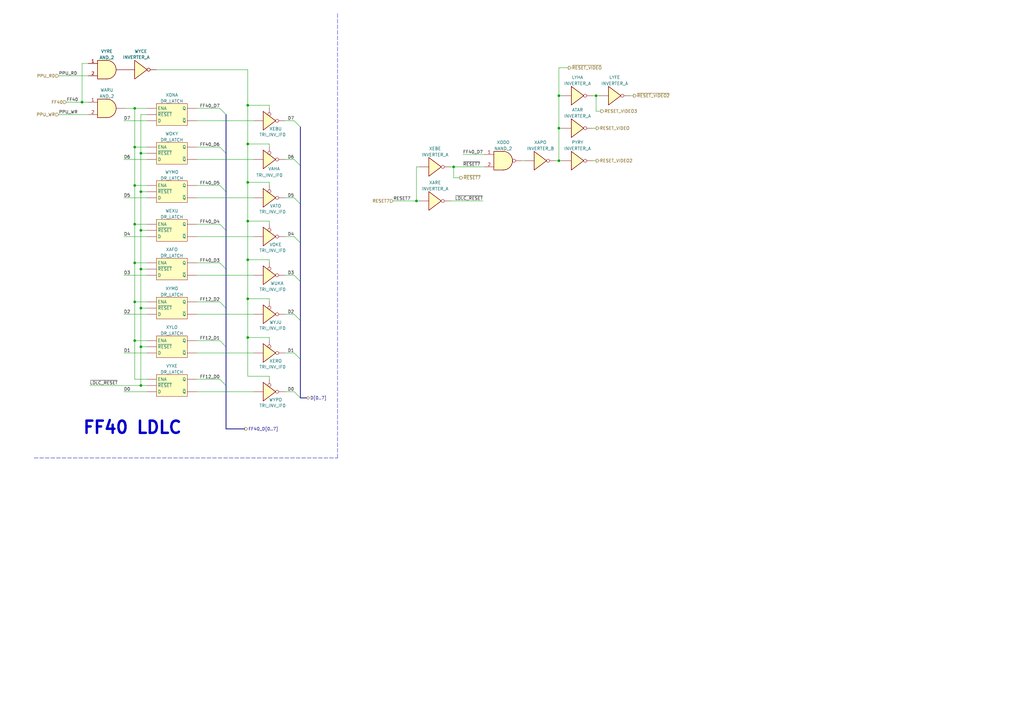
<source format=kicad_sch>
(kicad_sch (version 20211123) (generator eeschema)
  (paper "A3")
  (lib_symbols
    (symbol "DMG_CPU_Cells:AND_2" (pin_names hide)
      (property "Reference" "U" (at 0 5.08 0))
      (property "Value" "AND_2" (at 0 -5.08 0))
      (symbol "AND_2_1_1"
        (arc (start 0 -3.81) (mid 3.81 0) (end 0 3.81) (stroke (width 0.254)) (fill (type background)))
        (polyline (pts (xy 0 3.81) (xy -3.81 3.81) (xy -3.81 -3.81) (xy 0 -3.81)) (stroke (width 0.254)) (fill (type background)))
        (pin input line (at -7.62 2.54 0) (length 3.81) (name "~") (number "1"))
        (pin input line (at -7.62 -2.54 0) (length 3.81) (name "~") (number "2"))
        (pin output line (at 7.62 0 180) (length 3.81) (name "~") (number "3"))
      )
    )
    (symbol "DMG_CPU_Cells:DR_LATCH" (pin_numbers hide)
      (property "Reference" "U" (at 0 5.715 0))
      (property "Value" "DR_LATCH" (at 0 -5.715 0))
      (symbol "DR_LATCH_0_1"
        (rectangle (start -6.35 4.445) (end 6.35 -4.445) (fill (type background)))
      )
      (symbol "DR_LATCH_1_1"
        (pin input line (at -10.16 2.54 0) (length 3.81) hide (name "~{ENA}") (number "1"))
        (pin input line (at -10.16 -2.54 0) (length 3.81) (name "D") (number "2"))
        (pin input line (at -10.16 2.54 0) (length 3.81) (name "ENA") (number "3"))
        (pin input line (at -10.16 0 0) (length 3.81) (name "~{RESET}") (number "4"))
        (pin output line (at 10.16 2.54 180) (length 3.81) (name "Q") (number "5"))
        (pin output line (at 10.16 -2.54 180) (length 3.81) (name "~{Q}") (number "6"))
      )
    )
    (symbol "DMG_CPU_Cells:INVERTER_A" (pin_numbers hide) (pin_names hide)
      (property "Reference" "U?" (at 0 5.08 0))
      (property "Value" "INVERTER_A" (at 0 -5.08 0))
      (symbol "INVERTER_A_1_0"
        (polyline (pts (xy -2.54 3.81) (xy -2.54 -3.81) (xy 2.54 0) (xy -2.54 3.81)) (stroke (width 0.254)) (fill (type background)))
        (pin input line (at -6.35 0 0) (length 3.81) (name "~") (number "1"))
        (pin output inverted (at 6.35 0 180) (length 3.81) (name "~") (number "2"))
      )
    )
    (symbol "DMG_CPU_Cells:INVERTER_B" (pin_numbers hide) (pin_names hide)
      (property "Reference" "U?" (at 0 5.08 0))
      (property "Value" "INVERTER_B" (at 0 -5.08 0))
      (symbol "INVERTER_B_1_0"
        (polyline (pts (xy -2.54 3.81) (xy -2.54 -3.81) (xy 2.54 0) (xy -2.54 3.81)) (stroke (width 0.254)) (fill (type background)))
        (pin input line (at -6.35 0 0) (length 3.81) (name "~") (number "1"))
        (pin output inverted (at 6.35 0 180) (length 3.81) (name "~") (number "2"))
      )
    )
    (symbol "DMG_CPU_Cells:NAND_2" (pin_names hide)
      (property "Reference" "U" (at 0 5.08 0))
      (property "Value" "NAND_2" (at 0 -5.08 0))
      (symbol "NAND_2_1_1"
        (arc (start 0 -3.81) (mid 3.81 0) (end 0 3.81) (stroke (width 0.254)) (fill (type background)))
        (polyline (pts (xy 0 3.81) (xy -3.81 3.81) (xy -3.81 -3.81) (xy 0 -3.81)) (stroke (width 0.254)) (fill (type background)))
        (pin input line (at -7.62 2.54 0) (length 3.81) (name "~") (number "1"))
        (pin input line (at -7.62 -2.54 0) (length 3.81) (name "~") (number "2"))
        (pin output inverted (at 7.62 0 180) (length 3.81) (name "~") (number "3"))
      )
    )
    (symbol "DMG_CPU_Cells:TRI_INV_IF0" (pin_numbers hide) (pin_names hide)
      (property "Reference" "U?" (at 0 -5.08 0))
      (property "Value" "TRI_INV_IF0" (at 0 -7.62 0))
      (symbol "TRI_INV_IF0_1_0"
        (polyline (pts (xy -2.54 3.81) (xy -2.54 -3.81) (xy 2.54 0) (xy -2.54 3.81)) (stroke (width 0.254)) (fill (type background)))
        (pin input line (at -6.35 0 0) (length 3.81) (name "~") (number "2"))
        (pin tri_state inverted (at 6.35 0 180) (length 3.81) (name "~") (number "3"))
      )
      (symbol "TRI_INV_IF0_1_1"
        (pin input inverted (at 0 5.08 270) (length 3) (name "~{ENA}") (number "1"))
      )
    )
  )
  (junction (at 229.235 65.913))
  (junction (at 55.245 44.45))
  (junction (at 57.785 158.115))
  (junction (at 57.785 94.488))
  (junction (at 170.815 82.423))
  (junction (at 101.6 106.553))
  (junction (at 101.6 59.055))
  (junction (at 55.245 123.825))
  (junction (at 57.785 78.613))
  (junction (at 229.235 52.578))
  (junction (at 55.245 107.823))
  (junction (at 101.6 138.43))
  (junction (at 244.475 39.243))
  (junction (at 186.055 68.453))
  (junction (at 101.6 43.18))
  (junction (at 57.785 126.365))
  (junction (at 57.785 110.363))
  (junction (at 33.655 41.91))
  (junction (at 57.785 142.24))
  (junction (at 55.245 139.7))
  (junction (at 55.245 76.073))
  (junction (at 101.6 90.678))
  (junction (at 57.785 62.865))
  (junction (at 55.245 91.948))
  (junction (at 229.235 39.243))
  (junction (at 101.6 122.555))
  (junction (at 101.6 74.803))
  (junction (at 55.245 60.325))
  (bus_entry (at 90.17 139.7) (size 2.54 2.54))
  (bus_entry (at 90.17 123.825) (size 2.54 2.54))
  (bus_entry (at 90.17 76.073) (size 2.54 2.54))
  (bus_entry (at 120.65 160.655) (size 2.54 2.54))
  (bus_entry (at 90.17 91.948) (size 2.54 2.54))
  (bus_entry (at 120.65 128.905) (size 2.54 2.54))
  (bus_entry (at 90.17 60.325) (size 2.54 2.54))
  (bus_entry (at 120.65 97.028) (size 2.54 2.54))
  (bus_entry (at 90.17 44.45) (size 2.54 2.54))
  (bus_entry (at 120.65 112.903) (size 2.54 2.54))
  (bus_entry (at 120.65 144.78) (size 2.54 2.54))
  (bus_entry (at 120.65 81.153) (size 2.54 2.54))
  (bus_entry (at 120.65 49.53) (size 2.54 2.54))
  (bus_entry (at 90.17 107.823) (size 2.54 2.54))
  (bus_entry (at 120.65 65.405) (size 2.54 2.54))
  (bus_entry (at 90.17 155.575) (size 2.54 2.54))
  (bus (pts (xy 92.71 158.115) (xy 92.71 175.895)))
  (wire (pts (xy 57.785 126.365) (xy 57.785 142.24)))
  (bus (pts (xy 123.19 147.32) (xy 123.19 163.195)))
  (bus (pts (xy 92.71 126.365) (xy 92.71 142.24)))
  (wire (pts (xy 230.505 39.243) (xy 229.235 39.243)))
  (bus (pts (xy 92.71 142.24) (xy 92.71 158.115)))
  (wire (pts (xy 230.505 52.578) (xy 229.235 52.578)))
  (wire (pts (xy 80.645 160.655) (xy 104.14 160.655)))
  (wire (pts (xy 229.235 39.243) (xy 229.235 52.578)))
  (wire (pts (xy 170.815 68.453) (xy 170.815 82.423)))
  (wire (pts (xy 80.645 112.903) (xy 104.14 112.903)))
  (wire (pts (xy 50.8 49.53) (xy 60.325 49.53)))
  (wire (pts (xy 80.645 49.53) (xy 104.14 49.53)))
  (wire (pts (xy 55.245 155.575) (xy 60.325 155.575)))
  (wire (pts (xy 116.84 144.78) (xy 120.65 144.78)))
  (wire (pts (xy 101.6 122.555) (xy 101.6 138.43)))
  (wire (pts (xy 80.645 155.575) (xy 90.17 155.575)))
  (wire (pts (xy 243.205 65.913) (xy 244.475 65.913)))
  (wire (pts (xy 57.785 158.115) (xy 60.325 158.115)))
  (wire (pts (xy 50.8 65.405) (xy 60.325 65.405)))
  (wire (pts (xy 229.235 27.813) (xy 233.045 27.813)))
  (wire (pts (xy 101.6 90.678) (xy 101.6 106.553)))
  (wire (pts (xy 33.655 26.035) (xy 36.195 26.035)))
  (bus (pts (xy 92.71 94.488) (xy 92.71 110.363)))
  (wire (pts (xy 24.13 46.99) (xy 36.195 46.99)))
  (wire (pts (xy 55.245 60.325) (xy 55.245 76.073)))
  (wire (pts (xy 101.6 122.555) (xy 110.49 122.555)))
  (wire (pts (xy 101.6 59.055) (xy 101.6 74.803)))
  (wire (pts (xy 33.655 41.91) (xy 36.195 41.91)))
  (wire (pts (xy 57.785 62.865) (xy 57.785 78.613)))
  (wire (pts (xy 55.245 76.073) (xy 60.325 76.073)))
  (wire (pts (xy 101.6 138.43) (xy 110.49 138.43)))
  (bus (pts (xy 92.71 62.865) (xy 92.71 78.613)))
  (bus (pts (xy 92.71 110.363) (xy 92.71 126.365)))
  (wire (pts (xy 24.13 31.115) (xy 36.195 31.115)))
  (wire (pts (xy 51.435 44.45) (xy 55.245 44.45)))
  (wire (pts (xy 116.84 160.655) (xy 120.65 160.655)))
  (wire (pts (xy 229.235 65.913) (xy 230.505 65.913)))
  (wire (pts (xy 80.645 44.45) (xy 90.17 44.45)))
  (wire (pts (xy 57.785 46.99) (xy 57.785 62.865)))
  (wire (pts (xy 80.645 97.028) (xy 104.14 97.028)))
  (bus (pts (xy 123.19 163.195) (xy 125.73 163.195)))
  (wire (pts (xy 80.645 139.7) (xy 90.17 139.7)))
  (wire (pts (xy 101.6 106.553) (xy 101.6 122.555)))
  (bus (pts (xy 92.71 78.613) (xy 92.71 94.488)))
  (wire (pts (xy 110.49 154.305) (xy 110.49 155.575)))
  (wire (pts (xy 36.83 158.115) (xy 57.785 158.115)))
  (wire (pts (xy 110.49 74.803) (xy 110.49 76.073)))
  (wire (pts (xy 80.645 107.823) (xy 90.17 107.823)))
  (wire (pts (xy 57.785 94.488) (xy 60.325 94.488)))
  (wire (pts (xy 80.645 128.905) (xy 104.14 128.905)))
  (bus (pts (xy 123.19 67.945) (xy 123.19 83.693)))
  (wire (pts (xy 50.8 160.655) (xy 60.325 160.655)))
  (wire (pts (xy 57.785 110.363) (xy 57.785 126.365)))
  (wire (pts (xy 55.245 60.325) (xy 60.325 60.325)))
  (wire (pts (xy 57.785 78.613) (xy 57.785 94.488)))
  (wire (pts (xy 116.84 97.028) (xy 120.65 97.028)))
  (wire (pts (xy 50.8 112.903) (xy 60.325 112.903)))
  (polyline (pts (xy 13.97 -5.842) (xy 103.505 -5.842)))
  (wire (pts (xy 57.785 110.363) (xy 60.325 110.363)))
  (wire (pts (xy 50.8 128.905) (xy 60.325 128.905)))
  (wire (pts (xy 55.245 123.825) (xy 55.245 139.7)))
  (wire (pts (xy 116.84 128.905) (xy 120.65 128.905)))
  (wire (pts (xy 50.8 81.153) (xy 60.325 81.153)))
  (wire (pts (xy 186.055 72.898) (xy 186.055 68.453)))
  (wire (pts (xy 80.645 60.325) (xy 90.17 60.325)))
  (wire (pts (xy 55.245 107.823) (xy 60.325 107.823)))
  (wire (pts (xy 101.6 74.803) (xy 110.49 74.803)))
  (wire (pts (xy 80.645 65.405) (xy 104.14 65.405)))
  (wire (pts (xy 101.6 74.803) (xy 101.6 90.678)))
  (wire (pts (xy 189.865 63.373) (xy 198.755 63.373)))
  (wire (pts (xy 80.645 91.948) (xy 90.17 91.948)))
  (wire (pts (xy 57.785 142.24) (xy 60.325 142.24)))
  (bus (pts (xy 123.19 115.443) (xy 123.19 131.445)))
  (wire (pts (xy 116.84 81.153) (xy 120.65 81.153)))
  (wire (pts (xy 55.245 91.948) (xy 55.245 107.823)))
  (wire (pts (xy 110.49 90.678) (xy 110.49 91.948)))
  (wire (pts (xy 101.6 106.553) (xy 110.49 106.553)))
  (wire (pts (xy 55.245 107.823) (xy 55.245 123.825)))
  (wire (pts (xy 258.445 39.243) (xy 259.715 39.243)))
  (wire (pts (xy 55.245 123.825) (xy 60.325 123.825)))
  (wire (pts (xy 186.055 72.898) (xy 188.595 72.898)))
  (wire (pts (xy 27.305 41.91) (xy 33.655 41.91)))
  (wire (pts (xy 110.49 43.18) (xy 110.49 44.45)))
  (bus (pts (xy 123.19 83.693) (xy 123.19 99.568)))
  (wire (pts (xy 244.475 45.593) (xy 244.475 39.243)))
  (wire (pts (xy 80.645 81.153) (xy 104.14 81.153)))
  (wire (pts (xy 170.815 68.453) (xy 172.085 68.453)))
  (wire (pts (xy 101.6 43.18) (xy 101.6 59.055)))
  (wire (pts (xy 243.205 39.243) (xy 244.475 39.243)))
  (wire (pts (xy 184.785 68.453) (xy 186.055 68.453)))
  (wire (pts (xy 229.235 52.578) (xy 229.235 65.913)))
  (wire (pts (xy 184.785 82.423) (xy 198.12 82.423)))
  (bus (pts (xy 92.71 175.895) (xy 100.33 175.895)))
  (wire (pts (xy 57.785 126.365) (xy 60.325 126.365)))
  (wire (pts (xy 55.245 91.948) (xy 60.325 91.948)))
  (wire (pts (xy 101.6 43.18) (xy 110.49 43.18)))
  (wire (pts (xy 55.245 76.073) (xy 55.245 91.948)))
  (wire (pts (xy 110.49 59.055) (xy 110.49 60.325)))
  (wire (pts (xy 110.49 106.553) (xy 110.49 107.823)))
  (wire (pts (xy 55.245 44.45) (xy 60.325 44.45)))
  (wire (pts (xy 57.785 94.488) (xy 57.785 110.363)))
  (bus (pts (xy 123.19 52.07) (xy 123.19 67.945)))
  (wire (pts (xy 101.6 154.305) (xy 110.49 154.305)))
  (wire (pts (xy 101.6 28.575) (xy 101.6 43.18)))
  (wire (pts (xy 101.6 138.43) (xy 101.6 154.305)))
  (wire (pts (xy 116.84 112.903) (xy 120.65 112.903)))
  (wire (pts (xy 50.8 144.78) (xy 60.325 144.78)))
  (wire (pts (xy 243.205 52.578) (xy 244.475 52.578)))
  (bus (pts (xy 123.19 99.568) (xy 123.19 115.443)))
  (wire (pts (xy 229.235 39.243) (xy 229.235 27.813)))
  (wire (pts (xy 55.245 139.7) (xy 55.245 155.575)))
  (polyline (pts (xy 13.97 187.833) (xy 138.43 187.833)))
  (wire (pts (xy 116.84 65.405) (xy 120.65 65.405)))
  (bus (pts (xy 123.19 131.445) (xy 123.19 147.32)))
  (wire (pts (xy 57.785 78.613) (xy 60.325 78.613)))
  (wire (pts (xy 213.995 65.913) (xy 215.265 65.913)))
  (bus (pts (xy 92.71 46.99) (xy 92.71 62.865)))
  (wire (pts (xy 246.38 45.593) (xy 244.475 45.593)))
  (wire (pts (xy 80.645 76.073) (xy 90.17 76.073)))
  (wire (pts (xy 57.785 46.99) (xy 60.325 46.99)))
  (wire (pts (xy 116.84 49.53) (xy 120.65 49.53)))
  (wire (pts (xy 57.785 142.24) (xy 57.785 158.115)))
  (wire (pts (xy 101.6 90.678) (xy 110.49 90.678)))
  (polyline (pts (xy 138.43 187.833) (xy 138.43 5.588)))
  (wire (pts (xy 110.49 138.43) (xy 110.49 139.7)))
  (wire (pts (xy 80.645 123.825) (xy 90.17 123.825)))
  (wire (pts (xy 64.135 28.575) (xy 101.6 28.575)))
  (wire (pts (xy 186.055 68.453) (xy 198.755 68.453)))
  (wire (pts (xy 80.645 144.78) (xy 104.14 144.78)))
  (wire (pts (xy 55.245 44.45) (xy 55.245 60.325)))
  (wire (pts (xy 244.475 39.243) (xy 245.745 39.243)))
  (wire (pts (xy 110.49 122.555) (xy 110.49 123.825)))
  (wire (pts (xy 50.8 97.028) (xy 60.325 97.028)))
  (wire (pts (xy 172.085 82.423) (xy 170.815 82.423)))
  (wire (pts (xy 227.965 65.913) (xy 229.235 65.913)))
  (wire (pts (xy 33.655 26.035) (xy 33.655 41.91)))
  (wire (pts (xy 55.245 139.7) (xy 60.325 139.7)))
  (wire (pts (xy 101.6 59.055) (xy 110.49 59.055)))
  (wire (pts (xy 57.785 62.865) (xy 60.325 62.865)))
  (wire (pts (xy 170.815 82.423) (xy 161.29 82.423)))
  (text "FF40 LDLC\n" (at 33.655 178.435 0) (effects (font (size 5 5) (thickness 1) bold) (justify left bottom)))
  (label "FF12_D0" (at 90.17 155.575 180))
  (label "D7" (at 50.8 49.53 0))
  (label "~{LDLC_RESET}" (at 36.83 158.115 0))
  (label "D4" (at 50.8 97.028 0))
  (label "D7" (at 120.65 49.53 180))
  (label "FF40_D6" (at 90.17 60.325 180))
  (label "D2" (at 50.8 128.905 0))
  (label "D1" (at 120.65 144.78 180))
  (label "FF40_D3" (at 90.17 107.823 180))
  (label "~{RESET7}" (at 189.865 68.453 0))
  (label "FF40_D5" (at 90.17 76.073 180))
  (label "FF40" (at 27.305 41.91 0))
  (label "PPU_WR" (at 24.13 46.99 0))
  (label "D1" (at 50.8 144.78 0))
  (label "D4" (at 120.65 97.028 180))
  (label "RESET7" (at 161.29 82.423 0))
  (label "PPU_RD" (at 24.13 31.115 0))
  (label "FF40_D7" (at 189.865 63.373 0))
  (label "FF40_D7" (at 90.17 44.45 180))
  (label "D6" (at 120.65 65.405 180))
  (label "D5" (at 50.8 81.153 0))
  (label "FF12_D1" (at 90.17 139.7 180))
  (label "D3" (at 120.65 112.903 180))
  (label "D3" (at 50.8 112.903 0))
  (label "D0" (at 50.8 160.655 0))
  (label "FF40_D4" (at 90.17 91.948 180))
  (label "D6" (at 50.8 65.405 0))
  (label "~{LDLC_RESET}" (at 198.12 82.423 180))
  (label "D5" (at 120.65 81.153 180))
  (label "FF12_D2" (at 90.17 123.825 180))
  (label "D2" (at 120.65 128.905 180))
  (label "D0" (at 120.65 160.655 180))
  (hierarchical_label "~{RESET_VIDEO2}" (shape output) (at 259.715 39.243 0))
  (hierarchical_label "~{RESET7}" (shape output) (at 188.595 72.898 0))
  (hierarchical_label "RESET7" (shape input) (at 161.29 82.423 180))
  (hierarchical_label "~{RESET_VIDEO}" (shape output) (at 233.045 27.813 0))
  (hierarchical_label "RESET_VIDEO" (shape output) (at 244.475 52.578 0))
  (hierarchical_label "RESET_VIDEO2" (shape output) (at 244.475 65.913 0))
  (hierarchical_label "PPU_RD" (shape input) (at 24.13 31.115 180))
  (hierarchical_label "D[0..7]" (shape bidirectional) (at 125.73 163.195 0))
  (hierarchical_label "FF40" (shape input) (at 27.305 41.91 180))
  (hierarchical_label "PPU_WR" (shape input) (at 24.13 46.99 180))
  (hierarchical_label "FF40_D[0..7]" (shape output) (at 100.33 175.895 0))
  (hierarchical_label "RESET_VIDEO3" (shape output) (at 246.38 45.593 0))
  (symbol (lib_id "DMG_CPU_Cells:DR_LATCH") (at 70.485 142.24 0) (unit 1)
    (property "Reference" "XYLO" (at 70.485 134.2222 0))
    (property "Value" "DR_LATCH" (at 70.485 136.7591 0))
    (property "Datasheet" "http://iceboy.a-singer.de/doc/dmg_cells.html#drlatch" (effects hide))
  )
  (symbol (lib_id "DMG_CPU_Cells:TRI_INV_IF0") (at 110.49 65.405 0) (unit 1)
    (property "Reference" "VAHA" (at 112.395 69.215 0))
    (property "Value" "TRI_INV_IF0" (at 110.49 71.8773 0))
    (property "Datasheet" "http://iceboy.a-singer.de/doc/dmg_cells.html#tri_inv_if0" (effects hide))
  )
  (symbol (lib_id "DMG_CPU_Cells:DR_LATCH") (at 70.485 46.99 0) (unit 1)
    (property "Reference" "XONA" (at 70.485 38.9722 0))
    (property "Value" "DR_LATCH" (at 70.485 41.5091 0))
    (property "Datasheet" "http://iceboy.a-singer.de/doc/dmg_cells.html#drlatch" (effects hide))
  )
  (symbol (lib_id "DMG_CPU_Cells:AND_2") (at 43.815 44.45 0) (unit 1)
    (property "Reference" "WARU" (at 43.815 36.9402 0))
    (property "Value" "AND_2" (at 43.815 39.4771 0))
    (property "Datasheet" "http://iceboy.a-singer.de/doc/dmg_cells.html#and2" (effects hide))
  )
  (symbol (lib_id "DMG_CPU_Cells:INVERTER_A") (at 252.095 39.243 0) (unit 1)
    (property "Reference" "LYFE" (at 252.095 31.7332 0))
    (property "Value" "INVERTER_A" (at 252.095 34.2701 0))
    (property "Datasheet" "http://iceboy.a-singer.de/doc/dmg_cells.html#inv_a" (effects hide))
  )
  (symbol (lib_id "DMG_CPU_Cells:INVERTER_A") (at 57.785 28.575 0) (unit 1)
    (property "Reference" "WYCE" (at 57.785 21.0652 0))
    (property "Value" "INVERTER_A" (at 55.88 23.495 0))
    (property "Datasheet" "http://iceboy.a-singer.de/doc/dmg_cells.html#inv_a" (effects hide))
  )
  (symbol (lib_id "DMG_CPU_Cells:DR_LATCH") (at 70.485 94.488 0) (unit 1)
    (property "Reference" "WEXU" (at 70.485 86.4702 0))
    (property "Value" "DR_LATCH" (at 70.485 89.0071 0))
    (property "Datasheet" "http://iceboy.a-singer.de/doc/dmg_cells.html#drlatch" (effects hide))
  )
  (symbol (lib_id "DMG_CPU_Cells:AND_2") (at 43.815 28.575 0) (unit 1)
    (property "Reference" "VYRE" (at 43.815 21.0652 0))
    (property "Value" "AND_2" (at 43.815 23.6021 0))
    (property "Datasheet" "http://iceboy.a-singer.de/doc/dmg_cells.html#and2" (effects hide))
  )
  (symbol (lib_id "DMG_CPU_Cells:DR_LATCH") (at 70.485 78.613 0) (unit 1)
    (property "Reference" "WYMO" (at 70.485 70.5952 0))
    (property "Value" "DR_LATCH" (at 70.485 73.1321 0))
    (property "Datasheet" "http://iceboy.a-singer.de/doc/dmg_cells.html#drlatch" (effects hide))
  )
  (symbol (lib_id "DMG_CPU_Cells:INVERTER_A") (at 178.435 82.423 0) (unit 1)
    (property "Reference" "XARE" (at 178.435 74.9132 0))
    (property "Value" "INVERTER_A" (at 178.435 77.4501 0))
    (property "Datasheet" "http://iceboy.a-singer.de/doc/dmg_cells.html#inv_a" (effects hide))
  )
  (symbol (lib_id "DMG_CPU_Cells:DR_LATCH") (at 70.485 62.865 0) (unit 1)
    (property "Reference" "WOKY" (at 70.485 54.8472 0))
    (property "Value" "DR_LATCH" (at 70.485 57.3841 0))
    (property "Datasheet" "http://iceboy.a-singer.de/doc/dmg_cells.html#drlatch" (effects hide))
  )
  (symbol (lib_id "DMG_CPU_Cells:TRI_INV_IF0") (at 110.49 49.53 0) (unit 1)
    (property "Reference" "XEBU" (at 113.03 52.832 0))
    (property "Value" "TRI_INV_IF0" (at 111.76 55.245 0))
    (property "Datasheet" "http://iceboy.a-singer.de/doc/dmg_cells.html#tri_inv_if0" (effects hide))
  )
  (symbol (lib_id "DMG_CPU_Cells:TRI_INV_IF0") (at 110.49 160.655 0) (unit 1)
    (property "Reference" "WYPO" (at 113.03 163.957 0))
    (property "Value" "TRI_INV_IF0" (at 111.76 166.37 0))
    (property "Datasheet" "http://iceboy.a-singer.de/doc/dmg_cells.html#tri_inv_if0" (effects hide))
  )
  (symbol (lib_id "DMG_CPU_Cells:DR_LATCH") (at 70.485 110.363 0) (unit 1)
    (property "Reference" "XAFO" (at 70.485 102.3452 0))
    (property "Value" "DR_LATCH" (at 70.485 104.8821 0))
    (property "Datasheet" "http://iceboy.a-singer.de/doc/dmg_cells.html#drlatch" (effects hide))
  )
  (symbol (lib_id "DMG_CPU_Cells:TRI_INV_IF0") (at 110.49 112.903 0) (unit 1)
    (property "Reference" "WUKA" (at 113.665 116.205 0))
    (property "Value" "TRI_INV_IF0" (at 111.76 118.745 0))
    (property "Datasheet" "http://iceboy.a-singer.de/doc/dmg_cells.html#tri_inv_if0" (effects hide))
  )
  (symbol (lib_id "DMG_CPU_Cells:DR_LATCH") (at 70.485 158.115 0) (unit 1)
    (property "Reference" "VYXE" (at 70.485 150.0972 0))
    (property "Value" "DR_LATCH" (at 70.485 152.6341 0))
    (property "Datasheet" "http://iceboy.a-singer.de/doc/dmg_cells.html#drlatch" (effects hide))
  )
  (symbol (lib_id "DMG_CPU_Cells:TRI_INV_IF0") (at 110.49 81.153 0) (unit 1)
    (property "Reference" "VATO" (at 113.03 84.455 0))
    (property "Value" "TRI_INV_IF0" (at 111.76 86.868 0))
    (property "Datasheet" "http://iceboy.a-singer.de/doc/dmg_cells.html#tri_inv_if0" (effects hide))
  )
  (symbol (lib_id "DMG_CPU_Cells:TRI_INV_IF0") (at 110.49 144.78 0) (unit 1)
    (property "Reference" "XERO" (at 113.03 148.082 0))
    (property "Value" "TRI_INV_IF0" (at 111.76 150.495 0))
    (property "Datasheet" "http://iceboy.a-singer.de/doc/dmg_cells.html#tri_inv_if0" (effects hide))
  )
  (symbol (lib_id "DMG_CPU_Cells:NAND_2") (at 206.375 65.913 0) (unit 1)
    (property "Reference" "XODO" (at 206.375 58.4032 0))
    (property "Value" "NAND_2" (at 206.375 60.9401 0))
    (property "Datasheet" "http://iceboy.a-singer.de/doc/dmg_cells.html#nand2" (effects hide))
  )
  (symbol (lib_id "DMG_CPU_Cells:INVERTER_B") (at 221.615 65.913 0) (unit 1)
    (property "Reference" "XAPO" (at 221.615 58.4032 0))
    (property "Value" "INVERTER_B" (at 221.615 60.9401 0))
    (property "Datasheet" "http://iceboy.a-singer.de/doc/dmg_cells.html#inv_b" (effects hide))
  )
  (symbol (lib_id "DMG_CPU_Cells:INVERTER_A") (at 236.855 39.243 0) (unit 1)
    (property "Reference" "LYHA" (at 236.855 31.7332 0))
    (property "Value" "INVERTER_A" (at 236.855 34.2701 0))
    (property "Datasheet" "http://iceboy.a-singer.de/doc/dmg_cells.html#inv_a" (effects hide))
  )
  (symbol (lib_id "DMG_CPU_Cells:TRI_INV_IF0") (at 110.49 128.905 0) (unit 1)
    (property "Reference" "WYJU" (at 113.03 132.207 0))
    (property "Value" "TRI_INV_IF0" (at 111.76 134.62 0))
    (property "Datasheet" "http://iceboy.a-singer.de/doc/dmg_cells.html#tri_inv_if0" (effects hide))
  )
  (symbol (lib_id "DMG_CPU_Cells:INVERTER_A") (at 236.855 65.913 0) (unit 1)
    (property "Reference" "PYRY" (at 236.855 58.4032 0))
    (property "Value" "INVERTER_A" (at 236.855 60.9401 0))
    (property "Datasheet" "http://iceboy.a-singer.de/doc/dmg_cells.html#inv_a" (effects hide))
  )
  (symbol (lib_id "DMG_CPU_Cells:DR_LATCH") (at 70.485 126.365 0) (unit 1)
    (property "Reference" "XYMO" (at 70.485 118.3472 0))
    (property "Value" "DR_LATCH" (at 70.485 120.8841 0))
    (property "Datasheet" "http://iceboy.a-singer.de/doc/dmg_cells.html#drlatch" (effects hide))
  )
  (symbol (lib_id "DMG_CPU_Cells:TRI_INV_IF0") (at 110.49 97.028 0) (unit 1)
    (property "Reference" "VOKE" (at 113.03 100.33 0))
    (property "Value" "TRI_INV_IF0" (at 111.76 102.743 0))
    (property "Datasheet" "http://iceboy.a-singer.de/doc/dmg_cells.html#tri_inv_if0" (effects hide))
  )
  (symbol (lib_id "DMG_CPU_Cells:INVERTER_A") (at 178.435 68.453 0) (unit 1)
    (property "Reference" "XEBE" (at 178.435 60.9432 0))
    (property "Value" "INVERTER_A" (at 178.435 63.4801 0))
    (property "Datasheet" "http://iceboy.a-singer.de/doc/dmg_cells.html#inv_a" (effects hide))
  )
  (symbol (lib_id "DMG_CPU_Cells:INVERTER_A") (at 236.855 52.578 0) (unit 1)
    (property "Reference" "ATAR" (at 236.855 45.0682 0))
    (property "Value" "INVERTER_A" (at 236.855 47.6051 0))
    (property "Datasheet" "http://iceboy.a-singer.de/doc/dmg_cells.html#inv_a" (effects hide))
  )
)
</source>
